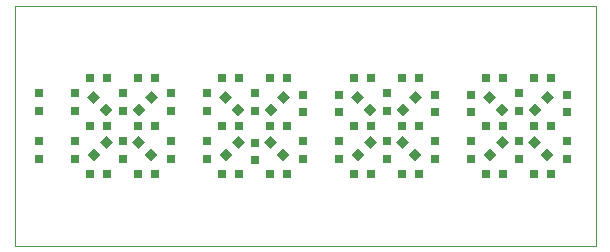
<source format=gtp>
G04 EAGLE Gerber RS-274X export*
G75*
%MOMM*%
%FSLAX34Y34*%
%LPD*%
%INSolder paste top*%
%IPPOS*%
%AMOC8*
5,1,8,0,0,1.08239X$1,22.5*%
G01*
%ADD10C,0.000000*%
%ADD11R,0.800000X0.800000*%
%ADD12R,0.800000X0.800000*%


D10*
X0Y0D02*
X492000Y0D01*
X492000Y203200D01*
X0Y203200D01*
X0Y0D01*
D11*
X63620Y142240D03*
X78620Y142240D03*
X50800Y129420D03*
X50800Y114420D03*
X132080Y129420D03*
X132080Y114420D03*
X132080Y73780D03*
X132080Y88780D03*
D12*
G36*
X72743Y125953D02*
X67087Y120297D01*
X61431Y125953D01*
X67087Y131609D01*
X72743Y125953D01*
G37*
G36*
X83349Y115347D02*
X77693Y109691D01*
X72037Y115347D01*
X77693Y121003D01*
X83349Y115347D01*
G37*
G36*
X115793Y120297D02*
X110137Y125953D01*
X115793Y131609D01*
X121449Y125953D01*
X115793Y120297D01*
G37*
G36*
X105187Y109691D02*
X99531Y115347D01*
X105187Y121003D01*
X110843Y115347D01*
X105187Y109691D01*
G37*
G36*
X67087Y82903D02*
X72743Y77247D01*
X67087Y71591D01*
X61431Y77247D01*
X67087Y82903D01*
G37*
G36*
X77693Y93509D02*
X83349Y87853D01*
X77693Y82197D01*
X72037Y87853D01*
X77693Y93509D01*
G37*
G36*
X110137Y77247D02*
X115793Y82903D01*
X121449Y77247D01*
X115793Y71591D01*
X110137Y77247D01*
G37*
G36*
X99531Y87853D02*
X105187Y93509D01*
X110843Y87853D01*
X105187Y82197D01*
X99531Y87853D01*
G37*
D11*
X119260Y142240D03*
X104260Y142240D03*
X91440Y129420D03*
X91440Y114420D03*
X91440Y73780D03*
X91440Y88780D03*
X63620Y101600D03*
X78620Y101600D03*
X119260Y101600D03*
X104260Y101600D03*
X119260Y60960D03*
X104260Y60960D03*
X63620Y60960D03*
X78620Y60960D03*
X50800Y73780D03*
X50800Y88780D03*
X175380Y142240D03*
X190380Y142240D03*
X231020Y142240D03*
X216020Y142240D03*
X203200Y129420D03*
X203200Y114420D03*
X203200Y72510D03*
X203200Y87510D03*
X175380Y101600D03*
X190380Y101600D03*
X231020Y101600D03*
X216020Y101600D03*
X231020Y60960D03*
X216020Y60960D03*
X175380Y60960D03*
X190380Y60960D03*
X162560Y73780D03*
X162560Y88780D03*
X162560Y129420D03*
X162560Y114420D03*
X243840Y128150D03*
X243840Y113150D03*
X243840Y73780D03*
X243840Y88780D03*
D12*
G36*
X184503Y125953D02*
X178847Y120297D01*
X173191Y125953D01*
X178847Y131609D01*
X184503Y125953D01*
G37*
G36*
X195109Y115347D02*
X189453Y109691D01*
X183797Y115347D01*
X189453Y121003D01*
X195109Y115347D01*
G37*
G36*
X227553Y120297D02*
X221897Y125953D01*
X227553Y131609D01*
X233209Y125953D01*
X227553Y120297D01*
G37*
G36*
X216947Y109691D02*
X211291Y115347D01*
X216947Y121003D01*
X222603Y115347D01*
X216947Y109691D01*
G37*
G36*
X178847Y82903D02*
X184503Y77247D01*
X178847Y71591D01*
X173191Y77247D01*
X178847Y82903D01*
G37*
G36*
X189453Y93509D02*
X195109Y87853D01*
X189453Y82197D01*
X183797Y87853D01*
X189453Y93509D01*
G37*
G36*
X221897Y77247D02*
X227553Y82903D01*
X233209Y77247D01*
X227553Y71591D01*
X221897Y77247D01*
G37*
G36*
X211291Y87853D02*
X216947Y93509D01*
X222603Y87853D01*
X216947Y82197D01*
X211291Y87853D01*
G37*
D11*
X287140Y142240D03*
X302140Y142240D03*
X342780Y142240D03*
X327780Y142240D03*
X314960Y129420D03*
X314960Y114420D03*
X314960Y88780D03*
X314960Y73780D03*
X287140Y101600D03*
X302140Y101600D03*
X342780Y101600D03*
X327780Y101600D03*
X342780Y60960D03*
X327780Y60960D03*
X287140Y60960D03*
X302140Y60960D03*
X274320Y73780D03*
X274320Y88780D03*
X274320Y128150D03*
X274320Y113150D03*
X355600Y128150D03*
X355600Y113150D03*
X355600Y73780D03*
X355600Y88780D03*
D12*
G36*
X296263Y125953D02*
X290607Y120297D01*
X284951Y125953D01*
X290607Y131609D01*
X296263Y125953D01*
G37*
G36*
X306869Y115347D02*
X301213Y109691D01*
X295557Y115347D01*
X301213Y121003D01*
X306869Y115347D01*
G37*
G36*
X339313Y120297D02*
X333657Y125953D01*
X339313Y131609D01*
X344969Y125953D01*
X339313Y120297D01*
G37*
G36*
X328707Y109691D02*
X323051Y115347D01*
X328707Y121003D01*
X334363Y115347D01*
X328707Y109691D01*
G37*
G36*
X290607Y82903D02*
X296263Y77247D01*
X290607Y71591D01*
X284951Y77247D01*
X290607Y82903D01*
G37*
G36*
X301213Y93509D02*
X306869Y87853D01*
X301213Y82197D01*
X295557Y87853D01*
X301213Y93509D01*
G37*
G36*
X333657Y77247D02*
X339313Y82903D01*
X344969Y77247D01*
X339313Y71591D01*
X333657Y77247D01*
G37*
G36*
X323051Y87853D02*
X328707Y93509D01*
X334363Y87853D01*
X328707Y82197D01*
X323051Y87853D01*
G37*
D11*
X398900Y142240D03*
X413900Y142240D03*
X454540Y142240D03*
X439540Y142240D03*
X426720Y129420D03*
X426720Y114420D03*
X426720Y88780D03*
X426720Y73780D03*
X398900Y101600D03*
X413900Y101600D03*
X454540Y101600D03*
X439540Y101600D03*
X454540Y60960D03*
X439540Y60960D03*
X398900Y60960D03*
X413900Y60960D03*
X386080Y73780D03*
X386080Y88780D03*
X386080Y128150D03*
X386080Y113150D03*
X467360Y128150D03*
X467360Y113150D03*
X467360Y73780D03*
X467360Y88780D03*
D12*
G36*
X408023Y125953D02*
X402367Y120297D01*
X396711Y125953D01*
X402367Y131609D01*
X408023Y125953D01*
G37*
G36*
X418629Y115347D02*
X412973Y109691D01*
X407317Y115347D01*
X412973Y121003D01*
X418629Y115347D01*
G37*
G36*
X451073Y120297D02*
X445417Y125953D01*
X451073Y131609D01*
X456729Y125953D01*
X451073Y120297D01*
G37*
G36*
X440467Y109691D02*
X434811Y115347D01*
X440467Y121003D01*
X446123Y115347D01*
X440467Y109691D01*
G37*
G36*
X402367Y82903D02*
X408023Y77247D01*
X402367Y71591D01*
X396711Y77247D01*
X402367Y82903D01*
G37*
G36*
X412973Y93509D02*
X418629Y87853D01*
X412973Y82197D01*
X407317Y87853D01*
X412973Y93509D01*
G37*
G36*
X445417Y77247D02*
X451073Y82903D01*
X456729Y77247D01*
X451073Y71591D01*
X445417Y77247D01*
G37*
G36*
X434811Y87853D02*
X440467Y93509D01*
X446123Y87853D01*
X440467Y82197D01*
X434811Y87853D01*
G37*
D11*
X20320Y129420D03*
X20320Y114420D03*
X20320Y88780D03*
X20320Y73780D03*
M02*

</source>
